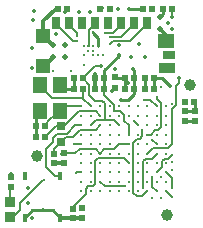
<source format=gtl>
G04 Layer_Physical_Order=1*
G04 Layer_Color=25308*
%FSLAX25Y25*%
%MOIN*%
G70*
G01*
G75*
%ADD10C,0.00600*%
%ADD11R,0.01378X0.03150*%
%ADD12C,0.01181*%
%ADD13R,0.05512X0.03543*%
%ADD14R,0.03937X0.02756*%
%ADD15R,0.05709X0.04724*%
%ADD16R,0.04528X0.04724*%
%ADD17R,0.02756X0.03937*%
%ADD18R,0.02205X0.02047*%
%ADD19R,0.04724X0.05512*%
%ADD20R,0.03543X0.03347*%
%ADD21R,0.02047X0.02205*%
%ADD22R,0.02756X0.02756*%
%ADD23R,0.02165X0.02165*%
%ADD24C,0.01000*%
%ADD25C,0.01200*%
%ADD26C,0.03937*%
%ADD27C,0.01969*%
%ADD28C,0.01400*%
%ADD29C,0.01100*%
%ADD30C,0.01000*%
D10*
X117126Y110126D02*
G03*
X117000Y110000I0J-126D01*
G01*
X145414Y125298D02*
Y133286D01*
X144231Y124115D02*
X145414Y125298D01*
X143448Y124115D02*
X144231D01*
X142057Y122724D02*
X143448Y124115D01*
X140874Y122724D02*
X142057D01*
X139115Y122148D02*
Y124115D01*
X138300Y121334D02*
X139115Y122148D01*
X137517Y121334D02*
X138300D01*
X151500Y140000D02*
Y141600D01*
X150350Y138850D02*
X151500Y140000D01*
X150350Y132441D02*
Y138850D01*
X149165Y131256D02*
X150350Y132441D01*
X149165Y119600D02*
Y131256D01*
X147665Y118100D02*
X149165Y119600D01*
X142549Y118100D02*
X147665D01*
X140874Y116425D02*
X142549Y118100D01*
X116500Y119500D02*
X118752D01*
X117126Y110126D02*
X118827D01*
X140748Y159656D02*
Y159803D01*
X135092Y154000D02*
X140748Y159656D01*
X129800Y130700D02*
X131715D01*
X129666D02*
X129800D01*
X129666D02*
Y132749D01*
X126535Y135880D02*
Y138000D01*
Y135880D02*
X129666Y132749D01*
X131715Y130700D02*
X133049Y129367D01*
Y127400D02*
Y129367D01*
X129799Y127500D02*
X131425Y125874D01*
X126700Y127500D02*
X129799D01*
X121976Y125874D02*
X123602Y127500D01*
X126700D01*
Y133100D01*
X125800Y134000D02*
X126700Y133100D01*
X123300Y134000D02*
X125800D01*
X123550Y130600D02*
X125126Y129024D01*
X117900Y130600D02*
X123550D01*
X113056Y125756D02*
X117900Y130600D01*
X119293Y141500D02*
X121438Y139355D01*
X119293Y141500D02*
X119535D01*
X121438Y135862D02*
X123300Y134000D01*
X121438Y135862D02*
Y139355D01*
X119535Y141500D02*
X123535Y145500D01*
X125535D01*
X126516Y117816D02*
X129666D01*
X125126Y116425D02*
X126516Y117816D01*
X131425Y119575D02*
X134575D01*
X129666Y117816D02*
X131425Y119575D01*
X121200Y105500D02*
X122835D01*
X120300Y104600D02*
X121200Y105500D01*
X120300Y102965D02*
Y104600D01*
X115900Y98565D02*
X120300Y102965D01*
X122835Y105500D02*
X123500Y106165D01*
X115900Y98035D02*
Y98565D01*
X123500Y106165D02*
Y113900D01*
X123735Y117816D02*
X125126Y116425D01*
X118251Y117816D02*
X123735D01*
X116870Y116435D02*
X118251Y117816D01*
X112900Y116435D02*
X116870D01*
X98511Y99811D02*
X106200Y107500D01*
X123500Y113900D02*
X124500Y114900D01*
X133100D01*
X134575Y113425D01*
Y113276D02*
Y113425D01*
X133049Y127400D02*
X134575Y125874D01*
Y122724D02*
Y125874D01*
X123652Y124400D02*
X125126Y125874D01*
X118536Y124400D02*
X123652D01*
X116036Y121900D02*
X118536Y124400D01*
X112000Y120244D02*
X113656Y121900D01*
X116036D01*
X109500Y120200D02*
Y121631D01*
X107200Y117900D02*
X109500Y120200D01*
X107200Y111900D02*
Y117900D01*
X109500Y121631D02*
X110869Y123000D01*
X114000D02*
X116874Y125874D01*
X110869Y123000D02*
X114000D01*
X110143Y108957D02*
X111811D01*
X107200Y111900D02*
X110143Y108957D01*
X110491Y125756D02*
X112000D01*
X106735Y122000D02*
X110491Y125756D01*
X109700Y116335D02*
Y117944D01*
X112000Y120244D01*
X116874Y125874D02*
X118827D01*
X112000Y125756D02*
X113056D01*
X95100Y95141D02*
X96141D01*
X98511Y97511D01*
Y99811D01*
X95100Y100259D02*
Y106128D01*
X142500Y121000D02*
X143925Y119575D01*
X139800Y134400D02*
X141797D01*
X144024Y132173D01*
X121272Y157650D02*
X123425Y159803D01*
X121272Y152359D02*
Y157650D01*
X136200Y120017D02*
X137517Y121334D01*
X136200Y103385D02*
Y120017D01*
X139483Y105000D02*
Y113851D01*
X112850Y132173D02*
X118827D01*
X108984Y135000D02*
X119150D01*
X104654Y139331D02*
X108984Y135000D01*
X147173Y110126D02*
X149000Y108299D01*
Y105000D02*
Y108299D01*
X125126Y106976D02*
X126602Y105500D01*
X142264Y114666D02*
X144024Y116425D01*
X140298Y114666D02*
X142264D01*
X139483Y113851D02*
X140298Y114666D01*
X144024Y110126D02*
X145783Y111885D01*
Y113851D01*
X146597Y114666D01*
X147666D01*
X149000Y116000D01*
X142500Y105350D02*
X144024Y103827D01*
X142500Y105350D02*
Y108500D01*
X126602Y105500D02*
X133414D01*
X147173Y103827D02*
Y103827D01*
Y103827D02*
X149000Y102000D01*
X114764Y159187D02*
Y159803D01*
Y159187D02*
X117400Y156551D01*
Y155700D02*
Y156551D01*
X110433Y159656D02*
Y159803D01*
Y159656D02*
X116189Y153900D01*
X117300D01*
X107535Y125500D02*
Y126858D01*
X111346Y130669D01*
X119535Y135386D02*
Y138000D01*
X119150Y135000D02*
X121976Y132173D01*
X126800Y156700D02*
X129500D01*
X132087Y159287D01*
Y159803D01*
X136417Y159617D02*
Y159803D01*
X149000Y162000D02*
X149035Y162035D01*
Y164500D01*
X128400Y155200D02*
X132000D01*
X136417Y159617D01*
X128400Y153000D02*
X129400Y154000D01*
X135092D01*
X136400Y127198D02*
X137724Y125874D01*
X136200Y103385D02*
X137485Y102100D01*
X139147D01*
X140874Y103827D01*
X143925Y119575D02*
X144024D01*
X144100Y134600D02*
Y135200D01*
Y134600D02*
X145414Y133286D01*
D11*
X100000Y108858D02*
D03*
X111811Y108957D02*
D03*
X100000Y94980D02*
D03*
X111811D02*
D03*
D12*
X147173Y103827D02*
D03*
Y106976D02*
D03*
Y110126D02*
D03*
Y113276D02*
D03*
Y116425D02*
D03*
Y119575D02*
D03*
Y122724D02*
D03*
Y125874D02*
D03*
Y129024D02*
D03*
Y132173D02*
D03*
X144024Y103827D02*
D03*
Y106976D02*
D03*
Y110126D02*
D03*
Y113276D02*
D03*
Y116425D02*
D03*
Y119575D02*
D03*
Y122724D02*
D03*
Y125874D02*
D03*
Y129024D02*
D03*
Y132173D02*
D03*
X140874Y103827D02*
D03*
Y106976D02*
D03*
Y110126D02*
D03*
Y113276D02*
D03*
Y116425D02*
D03*
Y119575D02*
D03*
Y122724D02*
D03*
Y125874D02*
D03*
Y129024D02*
D03*
Y132173D02*
D03*
X137724Y103827D02*
D03*
Y106976D02*
D03*
Y110126D02*
D03*
Y113276D02*
D03*
Y116425D02*
D03*
Y119575D02*
D03*
Y122724D02*
D03*
Y125874D02*
D03*
Y129024D02*
D03*
Y132173D02*
D03*
X134575Y103827D02*
D03*
Y106976D02*
D03*
Y110126D02*
D03*
Y113276D02*
D03*
Y116425D02*
D03*
Y119575D02*
D03*
Y122724D02*
D03*
Y125874D02*
D03*
Y129024D02*
D03*
Y132173D02*
D03*
X131425Y103827D02*
D03*
Y106976D02*
D03*
Y110126D02*
D03*
Y113276D02*
D03*
Y116425D02*
D03*
Y119575D02*
D03*
Y122724D02*
D03*
Y125874D02*
D03*
Y129024D02*
D03*
Y132173D02*
D03*
X128276Y103827D02*
D03*
Y106976D02*
D03*
Y110126D02*
D03*
Y113276D02*
D03*
Y116425D02*
D03*
Y119575D02*
D03*
Y122724D02*
D03*
Y125874D02*
D03*
Y129024D02*
D03*
Y132173D02*
D03*
X125126Y103827D02*
D03*
Y106976D02*
D03*
Y110126D02*
D03*
Y113276D02*
D03*
Y116425D02*
D03*
Y119575D02*
D03*
Y122724D02*
D03*
Y125874D02*
D03*
Y129024D02*
D03*
Y132173D02*
D03*
X121976Y103827D02*
D03*
Y106976D02*
D03*
Y110126D02*
D03*
Y113276D02*
D03*
Y116425D02*
D03*
Y119575D02*
D03*
Y122724D02*
D03*
Y125874D02*
D03*
Y129024D02*
D03*
Y132173D02*
D03*
X118827Y103827D02*
D03*
Y106976D02*
D03*
Y110126D02*
D03*
Y113276D02*
D03*
Y116425D02*
D03*
Y119575D02*
D03*
Y122724D02*
D03*
Y125874D02*
D03*
Y129024D02*
D03*
Y132173D02*
D03*
D13*
X147244Y144882D02*
D03*
D14*
X148031Y149409D02*
D03*
D15*
X147146Y153937D02*
D03*
D16*
X106201Y145590D02*
D03*
Y155669D02*
D03*
D17*
X140748Y159803D02*
D03*
X136417D02*
D03*
X132087D02*
D03*
X127756D02*
D03*
X110433D02*
D03*
X114764D02*
D03*
X119094D02*
D03*
X123425D02*
D03*
D18*
X114035Y164500D02*
D03*
X110965D02*
D03*
X143035Y141500D02*
D03*
X139964D02*
D03*
X133465Y138000D02*
D03*
X136535D02*
D03*
Y141500D02*
D03*
X133465D02*
D03*
X139964Y138000D02*
D03*
X143035D02*
D03*
X116464Y141500D02*
D03*
X119535D02*
D03*
X103665Y122000D02*
D03*
X106735D02*
D03*
X156535Y133600D02*
D03*
X153464D02*
D03*
X123465Y141500D02*
D03*
X126535D02*
D03*
Y138000D02*
D03*
X123465D02*
D03*
X119535D02*
D03*
X116464D02*
D03*
X106735Y125500D02*
D03*
X103665D02*
D03*
X139464Y164500D02*
D03*
X142535D02*
D03*
X149035D02*
D03*
X145965D02*
D03*
X128235D02*
D03*
X125164D02*
D03*
D19*
X104954Y139331D02*
D03*
Y130669D02*
D03*
X111646Y139331D02*
D03*
Y130669D02*
D03*
D20*
X95100Y95141D02*
D03*
Y100259D02*
D03*
D21*
X156800Y130435D02*
D03*
Y127365D02*
D03*
X153500D02*
D03*
Y130435D02*
D03*
X119200Y95065D02*
D03*
Y98135D02*
D03*
X112900Y113365D02*
D03*
Y116435D02*
D03*
X109700Y113265D02*
D03*
Y116335D02*
D03*
X115900Y94964D02*
D03*
Y98035D02*
D03*
D22*
X112000Y125756D02*
D03*
Y120244D02*
D03*
D23*
X130000Y141772D02*
D03*
Y138228D02*
D03*
X95300Y108672D02*
D03*
Y105128D02*
D03*
D24*
X134600Y164600D02*
X139365D01*
X139464Y164500D01*
X116464Y138000D02*
Y141500D01*
X131300Y148860D02*
Y149200D01*
X126535Y144096D02*
X131300Y148860D01*
X126535Y141500D02*
Y144096D01*
X134400Y134200D02*
X136535Y136335D01*
X132200Y134200D02*
X134400D01*
X136535Y136335D02*
Y138000D01*
X136200Y144500D02*
X136535Y144165D01*
Y141500D02*
Y144165D01*
X126535Y138000D02*
Y141500D01*
X130272D02*
X133465D01*
Y138000D02*
Y141500D01*
X136535Y138000D02*
Y141500D01*
X145800D02*
X148500Y138800D01*
X143035Y141500D02*
X145800D01*
X143035Y138000D02*
Y141500D01*
X139964Y138000D02*
Y141500D01*
X109291Y97500D02*
X111811Y94980D01*
X102520Y97500D02*
X109291D01*
X100000Y94980D02*
X102520Y97500D01*
X156800Y130435D02*
Y133335D01*
X122700Y156600D02*
Y156800D01*
Y156600D02*
X124350Y154950D01*
Y152287D02*
Y154950D01*
X112677Y138000D02*
X116464D01*
X103853Y122189D02*
Y130669D01*
X147146Y153937D02*
Y155886D01*
X145000Y158031D02*
X147146Y155886D01*
X145965Y162933D02*
Y164500D01*
X145000Y161969D02*
X145965Y162933D01*
X153500Y127365D02*
X156800D01*
X153500Y130435D02*
X156800D01*
D25*
X116000Y95065D02*
X119200D01*
X111827Y94964D02*
X115900D01*
X109700Y113265D02*
X112800D01*
X123465Y138000D02*
Y141500D01*
X106201Y155669D02*
Y160473D01*
X110228Y164500D01*
X110965D01*
X106201Y155669D02*
X109402Y152469D01*
X106590Y145590D02*
X109531Y148531D01*
X106201Y145590D02*
X106590D01*
D26*
X155118Y139370D02*
D03*
X147244Y96063D02*
D03*
X103937Y115748D02*
D03*
D27*
X145000Y158031D02*
D03*
Y161969D02*
D03*
X113469Y148531D02*
D03*
Y152469D02*
D03*
X109531Y148531D02*
D03*
Y152469D02*
D03*
D28*
X102500Y144890D02*
D03*
X112500Y139100D02*
D03*
X131200Y164500D02*
D03*
X134600Y164600D02*
D03*
X128200D02*
D03*
X125600Y165000D02*
D03*
X121700Y163700D02*
D03*
X151500Y141600D02*
D03*
X149100Y158000D02*
D03*
X134300Y139800D02*
D03*
X100000Y108858D02*
D03*
X112300Y116300D02*
D03*
X112700Y113200D02*
D03*
X131300Y149200D02*
D03*
X128900Y137200D02*
D03*
X132200Y134200D02*
D03*
X135400Y148500D02*
D03*
X136200Y144500D02*
D03*
X148500Y138800D02*
D03*
X140000Y141800D02*
D03*
X138000Y152900D02*
D03*
X106100Y97500D02*
D03*
X95300Y109500D02*
D03*
X113500Y163600D02*
D03*
X104700Y130300D02*
D03*
X123500Y142900D02*
D03*
X102500Y151464D02*
D03*
X102900Y163900D02*
D03*
X102850Y160823D02*
D03*
X127600Y159600D02*
D03*
X110516Y156110D02*
D03*
X140000Y148756D02*
D03*
X129900Y144500D02*
D03*
X142200Y164400D02*
D03*
X118000Y163500D02*
D03*
X147800Y159900D02*
D03*
X149000Y162000D02*
D03*
X131465Y152500D02*
D03*
X125535Y145500D02*
D03*
X101200Y99900D02*
D03*
X153500Y127300D02*
D03*
Y130435D02*
D03*
X101200Y104873D02*
D03*
X102300Y94800D02*
D03*
D29*
X118504Y98031D02*
D03*
X139115Y124115D02*
D03*
X140874Y125874D02*
D03*
X116500Y119500D02*
D03*
X122000Y119600D02*
D03*
X117000Y110000D02*
D03*
X129800Y130700D02*
D03*
X125126Y125874D02*
D03*
X137724Y113276D02*
D03*
X106300Y107500D02*
D03*
X122000Y122700D02*
D03*
X125100D02*
D03*
X116036Y121900D02*
D03*
X115900Y98035D02*
D03*
X142500Y121000D02*
D03*
X139800Y134400D02*
D03*
X140874Y132173D02*
D03*
X137700Y132200D02*
D03*
X119626Y152287D02*
D03*
X139483Y105000D02*
D03*
X140874Y113276D02*
D03*
Y110126D02*
D03*
Y106976D02*
D03*
X144024Y129024D02*
D03*
Y106976D02*
D03*
X118827D02*
D03*
X134575Y110126D02*
D03*
X131425Y113276D02*
D03*
Y116425D02*
D03*
X128276D02*
D03*
Y119575D02*
D03*
X134575Y116425D02*
D03*
X137724Y119575D02*
D03*
X128276Y125874D02*
D03*
Y122724D02*
D03*
X149000Y105000D02*
D03*
Y116000D02*
D03*
X142500Y108500D02*
D03*
X137724Y110126D02*
D03*
X133414Y105586D02*
D03*
X149000Y111000D02*
D03*
X145374Y101610D02*
D03*
X149000Y133000D02*
D03*
Y102000D02*
D03*
X142500Y101500D02*
D03*
X145500Y108500D02*
D03*
X149000Y113500D02*
D03*
X118827Y113276D02*
D03*
X136400Y127198D02*
D03*
X144100Y135200D02*
D03*
D30*
X137724Y122724D02*
D03*
X145374Y138504D02*
D03*
X153500Y133500D02*
D03*
X122700Y156800D02*
D03*
X115500Y143900D02*
D03*
X109500D02*
D03*
X125925Y149138D02*
D03*
X124350D02*
D03*
X121201Y152287D02*
D03*
Y150713D02*
D03*
X122775D02*
D03*
Y152287D02*
D03*
X124350D02*
D03*
X128400Y153000D02*
D03*
X117400Y155700D02*
D03*
X117300Y153900D02*
D03*
X126800Y156700D02*
D03*
X128400Y155200D02*
D03*
X119626Y149138D02*
D03*
X119600Y145900D02*
D03*
X122775Y149138D02*
D03*
M02*

</source>
